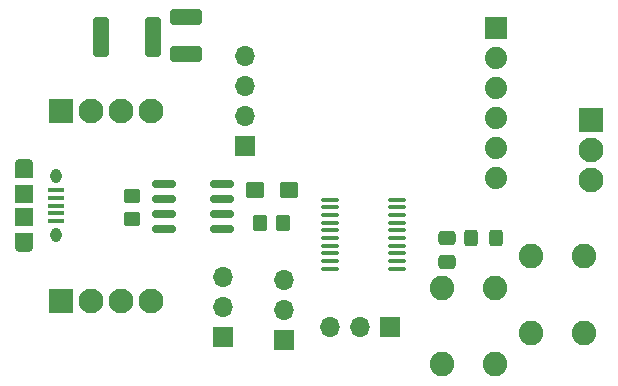
<source format=gbr>
%TF.GenerationSoftware,KiCad,Pcbnew,6.0.11-2627ca5db0~126~ubuntu22.04.1*%
%TF.CreationDate,2023-02-28T15:21:50-05:00*%
%TF.ProjectId,canbus-gpios,63616e62-7573-42d6-9770-696f732e6b69,1.0*%
%TF.SameCoordinates,Original*%
%TF.FileFunction,Soldermask,Top*%
%TF.FilePolarity,Negative*%
%FSLAX46Y46*%
G04 Gerber Fmt 4.6, Leading zero omitted, Abs format (unit mm)*
G04 Created by KiCad (PCBNEW 6.0.11-2627ca5db0~126~ubuntu22.04.1) date 2023-02-28 15:21:50*
%MOMM*%
%LPD*%
G01*
G04 APERTURE LIST*
G04 Aperture macros list*
%AMRoundRect*
0 Rectangle with rounded corners*
0 $1 Rounding radius*
0 $2 $3 $4 $5 $6 $7 $8 $9 X,Y pos of 4 corners*
0 Add a 4 corners polygon primitive as box body*
4,1,4,$2,$3,$4,$5,$6,$7,$8,$9,$2,$3,0*
0 Add four circle primitives for the rounded corners*
1,1,$1+$1,$2,$3*
1,1,$1+$1,$4,$5*
1,1,$1+$1,$6,$7*
1,1,$1+$1,$8,$9*
0 Add four rect primitives between the rounded corners*
20,1,$1+$1,$2,$3,$4,$5,0*
20,1,$1+$1,$4,$5,$6,$7,0*
20,1,$1+$1,$6,$7,$8,$9,0*
20,1,$1+$1,$8,$9,$2,$3,0*%
G04 Aperture macros list end*
%ADD10R,2.100000X2.100000*%
%ADD11C,2.100000*%
%ADD12R,1.700000X1.700000*%
%ADD13O,1.700000X1.700000*%
%ADD14RoundRect,0.250000X0.450000X-0.350000X0.450000X0.350000X-0.450000X0.350000X-0.450000X-0.350000X0*%
%ADD15RoundRect,0.250000X-0.475000X0.337500X-0.475000X-0.337500X0.475000X-0.337500X0.475000X0.337500X0*%
%ADD16C,2.082800*%
%ADD17RoundRect,0.250000X-0.350000X-0.450000X0.350000X-0.450000X0.350000X0.450000X-0.350000X0.450000X0*%
%ADD18R,1.879600X1.879600*%
%ADD19C,1.879600*%
%ADD20RoundRect,0.250000X-0.400000X-1.450000X0.400000X-1.450000X0.400000X1.450000X-0.400000X1.450000X0*%
%ADD21RoundRect,0.250000X-0.537500X-0.425000X0.537500X-0.425000X0.537500X0.425000X-0.537500X0.425000X0*%
%ADD22RoundRect,0.250000X1.100000X-0.412500X1.100000X0.412500X-1.100000X0.412500X-1.100000X-0.412500X0*%
%ADD23RoundRect,0.100000X0.637500X0.100000X-0.637500X0.100000X-0.637500X-0.100000X0.637500X-0.100000X0*%
%ADD24R,1.350000X0.400000*%
%ADD25R,1.550000X1.500000*%
%ADD26R,1.550000X1.200000*%
%ADD27O,0.950000X1.250000*%
%ADD28O,1.550000X0.890000*%
%ADD29RoundRect,0.250000X-0.325000X-0.450000X0.325000X-0.450000X0.325000X0.450000X-0.325000X0.450000X0*%
%ADD30RoundRect,0.150000X0.825000X0.150000X-0.825000X0.150000X-0.825000X-0.150000X0.825000X-0.150000X0*%
G04 APERTURE END LIST*
D10*
%TO.C,J3*%
X104500000Y-78775000D03*
D11*
X104500000Y-81315000D03*
X104500000Y-83855000D03*
%TD*%
D12*
%TO.C,U3*%
X75247300Y-81002600D03*
D13*
X75247300Y-78462600D03*
X75247300Y-75922600D03*
X75247300Y-73382600D03*
%TD*%
D12*
%TO.C,JP1*%
X73400000Y-97140000D03*
D13*
X73400000Y-94600000D03*
X73400000Y-92060000D03*
%TD*%
D10*
%TO.C,J5*%
X59625000Y-94100000D03*
D11*
X62165000Y-94100000D03*
X64705000Y-94100000D03*
X67245000Y-94100000D03*
%TD*%
D12*
%TO.C,J6*%
X87490000Y-96350000D03*
D13*
X84950000Y-96350000D03*
X82410000Y-96350000D03*
%TD*%
D14*
%TO.C,R6*%
X65700000Y-87200000D03*
X65700000Y-85200000D03*
%TD*%
D15*
%TO.C,C3*%
X92325000Y-88762500D03*
X92325000Y-90837500D03*
%TD*%
D16*
%TO.C,S1*%
X96435600Y-92998800D03*
X96435600Y-99501200D03*
X91914400Y-92998800D03*
X91914400Y-99501200D03*
%TD*%
D17*
%TO.C,R5*%
X76475000Y-87525000D03*
X78475000Y-87525000D03*
%TD*%
D18*
%TO.C,J2*%
X96500000Y-70990000D03*
D19*
X96500000Y-73530000D03*
X96500000Y-76070000D03*
X96500000Y-78610000D03*
X96500000Y-81150000D03*
X96500000Y-83690000D03*
%TD*%
D20*
%TO.C,F1*%
X63000000Y-71775000D03*
X67450000Y-71775000D03*
%TD*%
D21*
%TO.C,C6*%
X76100000Y-84725000D03*
X78975000Y-84725000D03*
%TD*%
D10*
%TO.C,J4*%
X59660000Y-78075000D03*
D11*
X62200000Y-78075000D03*
X64740000Y-78075000D03*
X67280000Y-78075000D03*
%TD*%
D22*
%TO.C,C5*%
X70225000Y-73175000D03*
X70225000Y-70050000D03*
%TD*%
D23*
%TO.C,U2*%
X88125000Y-91400000D03*
X88125000Y-90750000D03*
X88125000Y-90100000D03*
X88125000Y-89450000D03*
X88125000Y-88800000D03*
X88125000Y-88150000D03*
X88125000Y-87500000D03*
X88125000Y-86850000D03*
X88125000Y-86200000D03*
X88125000Y-85550000D03*
X82400000Y-85550000D03*
X82400000Y-86200000D03*
X82400000Y-86850000D03*
X82400000Y-87500000D03*
X82400000Y-88150000D03*
X82400000Y-88800000D03*
X82400000Y-89450000D03*
X82400000Y-90100000D03*
X82400000Y-90750000D03*
X82400000Y-91400000D03*
%TD*%
D16*
%TO.C,S2*%
X103960600Y-90323800D03*
X103960600Y-96826200D03*
X99439400Y-90323800D03*
X99439400Y-96826200D03*
%TD*%
D24*
%TO.C,J1*%
X59210000Y-84750000D03*
X59210000Y-85400000D03*
X59210000Y-86050000D03*
X59210000Y-86700000D03*
X59210000Y-87350000D03*
D25*
X56510000Y-87050000D03*
X56510000Y-85050000D03*
D26*
X56510000Y-88950000D03*
D27*
X59210000Y-83550000D03*
D28*
X56510000Y-82550000D03*
X56510000Y-89550000D03*
D26*
X56510000Y-83150000D03*
D27*
X59210000Y-88550000D03*
%TD*%
D12*
%TO.C,JP2*%
X78525000Y-97425000D03*
D13*
X78525000Y-94885000D03*
X78525000Y-92345000D03*
%TD*%
D29*
%TO.C,FB1*%
X94400000Y-88775000D03*
X96450000Y-88775000D03*
%TD*%
D30*
%TO.C,U4*%
X73325000Y-88015000D03*
X73325000Y-86745000D03*
X73325000Y-85475000D03*
X73325000Y-84205000D03*
X68375000Y-84205000D03*
X68375000Y-85475000D03*
X68375000Y-86745000D03*
X68375000Y-88015000D03*
%TD*%
M02*

</source>
